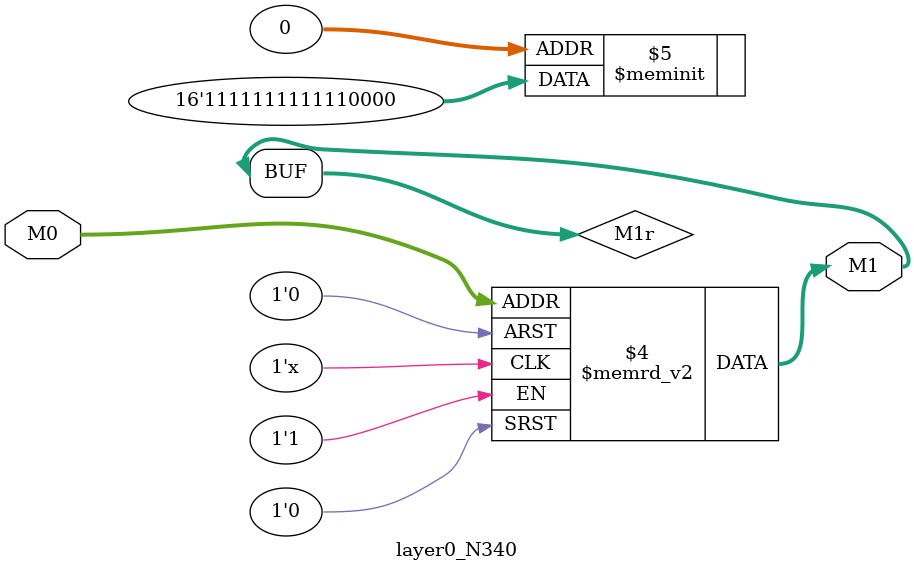
<source format=v>
module layer0_N340 ( input [2:0] M0, output [1:0] M1 );

	(*rom_style = "distributed" *) reg [1:0] M1r;
	assign M1 = M1r;
	always @ (M0) begin
		case (M0)
			3'b000: M1r = 2'b00;
			3'b100: M1r = 2'b11;
			3'b010: M1r = 2'b11;
			3'b110: M1r = 2'b11;
			3'b001: M1r = 2'b00;
			3'b101: M1r = 2'b11;
			3'b011: M1r = 2'b11;
			3'b111: M1r = 2'b11;

		endcase
	end
endmodule

</source>
